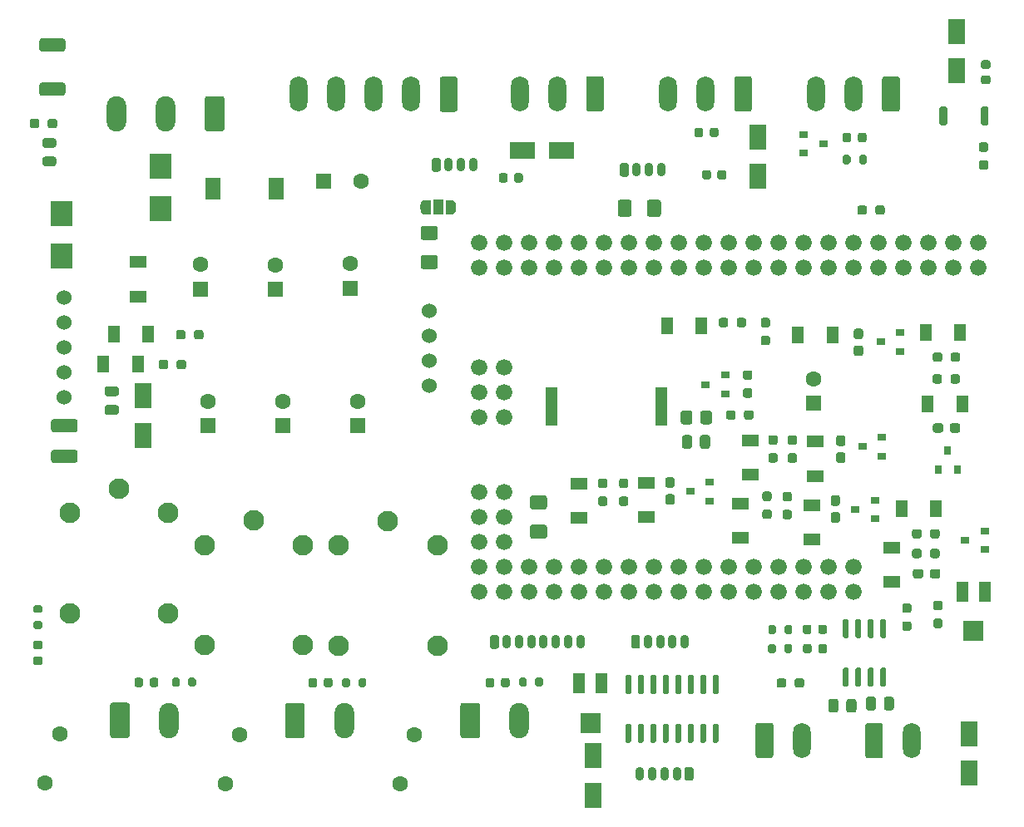
<source format=gbr>
%TF.GenerationSoftware,KiCad,Pcbnew,(5.1.9)-1*%
%TF.CreationDate,2021-04-23T08:11:54+03:00*%
%TF.ProjectId,Car_bs_controller_nex_mega,4361725f-6273-45f6-936f-6e74726f6c6c,rev?*%
%TF.SameCoordinates,Original*%
%TF.FileFunction,Soldermask,Top*%
%TF.FilePolarity,Negative*%
%FSLAX46Y46*%
G04 Gerber Fmt 4.6, Leading zero omitted, Abs format (unit mm)*
G04 Created by KiCad (PCBNEW (5.1.9)-1) date 2021-04-23 08:11:54*
%MOMM*%
%LPD*%
G01*
G04 APERTURE LIST*
%ADD10R,2.300000X2.500000*%
%ADD11C,1.600000*%
%ADD12R,1.600000X1.600000*%
%ADD13R,1.500000X2.200000*%
%ADD14C,2.100000*%
%ADD15R,0.800000X0.900000*%
%ADD16R,0.900000X0.800000*%
%ADD17R,1.800000X2.500000*%
%ADD18C,1.524000*%
%ADD19O,0.900000X1.400000*%
%ADD20R,2.500000X1.800000*%
%ADD21C,1.676400*%
%ADD22R,1.300000X2.000000*%
%ADD23R,2.000000X2.000000*%
%ADD24R,1.200000X4.000000*%
%ADD25R,1.000000X1.500000*%
%ADD26C,0.100000*%
%ADD27O,2.000000X3.600000*%
%ADD28O,1.800000X3.600000*%
%ADD29R,1.300000X1.700000*%
%ADD30R,1.700000X1.300000*%
G04 APERTURE END LIST*
%TO.C,F4*%
G36*
G01*
X121425000Y-64836200D02*
X121425000Y-63586200D01*
G75*
G02*
X121675000Y-63336200I250000J0D01*
G01*
X122600000Y-63336200D01*
G75*
G02*
X122850000Y-63586200I0J-250000D01*
G01*
X122850000Y-64836200D01*
G75*
G02*
X122600000Y-65086200I-250000J0D01*
G01*
X121675000Y-65086200D01*
G75*
G02*
X121425000Y-64836200I0J250000D01*
G01*
G37*
G36*
G01*
X118450000Y-64836200D02*
X118450000Y-63586200D01*
G75*
G02*
X118700000Y-63336200I250000J0D01*
G01*
X119625000Y-63336200D01*
G75*
G02*
X119875000Y-63586200I0J-250000D01*
G01*
X119875000Y-64836200D01*
G75*
G02*
X119625000Y-65086200I-250000J0D01*
G01*
X118700000Y-65086200D01*
G75*
G02*
X118450000Y-64836200I0J250000D01*
G01*
G37*
%TD*%
%TO.C,F3*%
G36*
G01*
X109763400Y-96445700D02*
X111013400Y-96445700D01*
G75*
G02*
X111263400Y-96695700I0J-250000D01*
G01*
X111263400Y-97620700D01*
G75*
G02*
X111013400Y-97870700I-250000J0D01*
G01*
X109763400Y-97870700D01*
G75*
G02*
X109513400Y-97620700I0J250000D01*
G01*
X109513400Y-96695700D01*
G75*
G02*
X109763400Y-96445700I250000J0D01*
G01*
G37*
G36*
G01*
X109763400Y-93470700D02*
X111013400Y-93470700D01*
G75*
G02*
X111263400Y-93720700I0J-250000D01*
G01*
X111263400Y-94645700D01*
G75*
G02*
X111013400Y-94895700I-250000J0D01*
G01*
X109763400Y-94895700D01*
G75*
G02*
X109513400Y-94645700I0J250000D01*
G01*
X109513400Y-93720700D01*
G75*
G02*
X109763400Y-93470700I250000J0D01*
G01*
G37*
%TD*%
%TO.C,F2*%
G36*
G01*
X98638200Y-68985100D02*
X99888200Y-68985100D01*
G75*
G02*
X100138200Y-69235100I0J-250000D01*
G01*
X100138200Y-70160100D01*
G75*
G02*
X99888200Y-70410100I-250000J0D01*
G01*
X98638200Y-70410100D01*
G75*
G02*
X98388200Y-70160100I0J250000D01*
G01*
X98388200Y-69235100D01*
G75*
G02*
X98638200Y-68985100I250000J0D01*
G01*
G37*
G36*
G01*
X98638200Y-66010100D02*
X99888200Y-66010100D01*
G75*
G02*
X100138200Y-66260100I0J-250000D01*
G01*
X100138200Y-67185100D01*
G75*
G02*
X99888200Y-67435100I-250000J0D01*
G01*
X98638200Y-67435100D01*
G75*
G02*
X98388200Y-67185100I0J250000D01*
G01*
X98388200Y-66260100D01*
G75*
G02*
X98638200Y-66010100I250000J0D01*
G01*
G37*
%TD*%
%TO.C,R1*%
G36*
G01*
X59567900Y-55337700D02*
X59567900Y-55812700D01*
G75*
G02*
X59330400Y-56050200I-237500J0D01*
G01*
X58830400Y-56050200D01*
G75*
G02*
X58592900Y-55812700I0J237500D01*
G01*
X58592900Y-55337700D01*
G75*
G02*
X58830400Y-55100200I237500J0D01*
G01*
X59330400Y-55100200D01*
G75*
G02*
X59567900Y-55337700I0J-237500D01*
G01*
G37*
G36*
G01*
X61392900Y-55337700D02*
X61392900Y-55812700D01*
G75*
G02*
X61155400Y-56050200I-237500J0D01*
G01*
X60655400Y-56050200D01*
G75*
G02*
X60417900Y-55812700I0J237500D01*
G01*
X60417900Y-55337700D01*
G75*
G02*
X60655400Y-55100200I237500J0D01*
G01*
X61155400Y-55100200D01*
G75*
G02*
X61392900Y-55337700I0J-237500D01*
G01*
G37*
%TD*%
%TO.C,C4*%
G36*
G01*
X61028399Y-88822500D02*
X63228401Y-88822500D01*
G75*
G02*
X63478400Y-89072499I0J-249999D01*
G01*
X63478400Y-89897501D01*
G75*
G02*
X63228401Y-90147500I-249999J0D01*
G01*
X61028399Y-90147500D01*
G75*
G02*
X60778400Y-89897501I0J249999D01*
G01*
X60778400Y-89072499D01*
G75*
G02*
X61028399Y-88822500I249999J0D01*
G01*
G37*
G36*
G01*
X61028399Y-85697500D02*
X63228401Y-85697500D01*
G75*
G02*
X63478400Y-85947499I0J-249999D01*
G01*
X63478400Y-86772501D01*
G75*
G02*
X63228401Y-87022500I-249999J0D01*
G01*
X61028399Y-87022500D01*
G75*
G02*
X60778400Y-86772501I0J249999D01*
G01*
X60778400Y-85947499D01*
G75*
G02*
X61028399Y-85697500I249999J0D01*
G01*
G37*
%TD*%
D10*
%TO.C,D2*%
X61849000Y-64770000D03*
X61849000Y-69070000D03*
%TD*%
%TO.C,D4*%
X71945500Y-64244000D03*
X71945500Y-59944000D03*
%TD*%
%TO.C,R40*%
G36*
G01*
X131911100Y-81691300D02*
X131436100Y-81691300D01*
G75*
G02*
X131198600Y-81453800I0J237500D01*
G01*
X131198600Y-80953800D01*
G75*
G02*
X131436100Y-80716300I237500J0D01*
G01*
X131911100Y-80716300D01*
G75*
G02*
X132148600Y-80953800I0J-237500D01*
G01*
X132148600Y-81453800D01*
G75*
G02*
X131911100Y-81691300I-237500J0D01*
G01*
G37*
G36*
G01*
X131911100Y-83516300D02*
X131436100Y-83516300D01*
G75*
G02*
X131198600Y-83278800I0J237500D01*
G01*
X131198600Y-82778800D01*
G75*
G02*
X131436100Y-82541300I237500J0D01*
G01*
X131911100Y-82541300D01*
G75*
G02*
X132148600Y-82778800I0J-237500D01*
G01*
X132148600Y-83278800D01*
G75*
G02*
X131911100Y-83516300I-237500J0D01*
G01*
G37*
%TD*%
%TO.C,R38*%
G36*
G01*
X155451800Y-59319340D02*
X155926800Y-59319340D01*
G75*
G02*
X156164300Y-59556840I0J-237500D01*
G01*
X156164300Y-60056840D01*
G75*
G02*
X155926800Y-60294340I-237500J0D01*
G01*
X155451800Y-60294340D01*
G75*
G02*
X155214300Y-60056840I0J237500D01*
G01*
X155214300Y-59556840D01*
G75*
G02*
X155451800Y-59319340I237500J0D01*
G01*
G37*
G36*
G01*
X155451800Y-57494340D02*
X155926800Y-57494340D01*
G75*
G02*
X156164300Y-57731840I0J-237500D01*
G01*
X156164300Y-58231840D01*
G75*
G02*
X155926800Y-58469340I-237500J0D01*
G01*
X155451800Y-58469340D01*
G75*
G02*
X155214300Y-58231840I0J237500D01*
G01*
X155214300Y-57731840D01*
G75*
G02*
X155451800Y-57494340I237500J0D01*
G01*
G37*
%TD*%
%TO.C,R37*%
G36*
G01*
X131308020Y-85510380D02*
X131308020Y-85035380D01*
G75*
G02*
X131545520Y-84797880I237500J0D01*
G01*
X132045520Y-84797880D01*
G75*
G02*
X132283020Y-85035380I0J-237500D01*
G01*
X132283020Y-85510380D01*
G75*
G02*
X132045520Y-85747880I-237500J0D01*
G01*
X131545520Y-85747880D01*
G75*
G02*
X131308020Y-85510380I0J237500D01*
G01*
G37*
G36*
G01*
X129483020Y-85510380D02*
X129483020Y-85035380D01*
G75*
G02*
X129720520Y-84797880I237500J0D01*
G01*
X130220520Y-84797880D01*
G75*
G02*
X130458020Y-85035380I0J-237500D01*
G01*
X130458020Y-85510380D01*
G75*
G02*
X130220520Y-85747880I-237500J0D01*
G01*
X129720520Y-85747880D01*
G75*
G02*
X129483020Y-85510380I0J237500D01*
G01*
G37*
%TD*%
%TO.C,R33*%
G36*
G01*
X136451520Y-112807760D02*
X136451520Y-112332760D01*
G75*
G02*
X136689020Y-112095260I237500J0D01*
G01*
X137189020Y-112095260D01*
G75*
G02*
X137426520Y-112332760I0J-237500D01*
G01*
X137426520Y-112807760D01*
G75*
G02*
X137189020Y-113045260I-237500J0D01*
G01*
X136689020Y-113045260D01*
G75*
G02*
X136451520Y-112807760I0J237500D01*
G01*
G37*
G36*
G01*
X134626520Y-112807760D02*
X134626520Y-112332760D01*
G75*
G02*
X134864020Y-112095260I237500J0D01*
G01*
X135364020Y-112095260D01*
G75*
G02*
X135601520Y-112332760I0J-237500D01*
G01*
X135601520Y-112807760D01*
G75*
G02*
X135364020Y-113045260I-237500J0D01*
G01*
X134864020Y-113045260D01*
G75*
G02*
X134626520Y-112807760I0J237500D01*
G01*
G37*
%TD*%
%TO.C,R31*%
G36*
G01*
X148116300Y-105435220D02*
X147641300Y-105435220D01*
G75*
G02*
X147403800Y-105197720I0J237500D01*
G01*
X147403800Y-104697720D01*
G75*
G02*
X147641300Y-104460220I237500J0D01*
G01*
X148116300Y-104460220D01*
G75*
G02*
X148353800Y-104697720I0J-237500D01*
G01*
X148353800Y-105197720D01*
G75*
G02*
X148116300Y-105435220I-237500J0D01*
G01*
G37*
G36*
G01*
X148116300Y-107260220D02*
X147641300Y-107260220D01*
G75*
G02*
X147403800Y-107022720I0J237500D01*
G01*
X147403800Y-106522720D01*
G75*
G02*
X147641300Y-106285220I237500J0D01*
G01*
X148116300Y-106285220D01*
G75*
G02*
X148353800Y-106522720I0J-237500D01*
G01*
X148353800Y-107022720D01*
G75*
G02*
X148116300Y-107260220I-237500J0D01*
G01*
G37*
%TD*%
%TO.C,R23*%
G36*
G01*
X143813000Y-64161700D02*
X143813000Y-64636700D01*
G75*
G02*
X143575500Y-64874200I-237500J0D01*
G01*
X143075500Y-64874200D01*
G75*
G02*
X142838000Y-64636700I0J237500D01*
G01*
X142838000Y-64161700D01*
G75*
G02*
X143075500Y-63924200I237500J0D01*
G01*
X143575500Y-63924200D01*
G75*
G02*
X143813000Y-64161700I0J-237500D01*
G01*
G37*
G36*
G01*
X145638000Y-64161700D02*
X145638000Y-64636700D01*
G75*
G02*
X145400500Y-64874200I-237500J0D01*
G01*
X144900500Y-64874200D01*
G75*
G02*
X144663000Y-64636700I0J237500D01*
G01*
X144663000Y-64161700D01*
G75*
G02*
X144900500Y-63924200I237500J0D01*
G01*
X145400500Y-63924200D01*
G75*
G02*
X145638000Y-64161700I0J-237500D01*
G01*
G37*
%TD*%
%TO.C,R22*%
G36*
G01*
X150803600Y-106005180D02*
X151278600Y-106005180D01*
G75*
G02*
X151516100Y-106242680I0J-237500D01*
G01*
X151516100Y-106742680D01*
G75*
G02*
X151278600Y-106980180I-237500J0D01*
G01*
X150803600Y-106980180D01*
G75*
G02*
X150566100Y-106742680I0J237500D01*
G01*
X150566100Y-106242680D01*
G75*
G02*
X150803600Y-106005180I237500J0D01*
G01*
G37*
G36*
G01*
X150803600Y-104180180D02*
X151278600Y-104180180D01*
G75*
G02*
X151516100Y-104417680I0J-237500D01*
G01*
X151516100Y-104917680D01*
G75*
G02*
X151278600Y-105155180I-237500J0D01*
G01*
X150803600Y-105155180D01*
G75*
G02*
X150566100Y-104917680I0J237500D01*
G01*
X150566100Y-104417680D01*
G75*
G02*
X150803600Y-104180180I237500J0D01*
G01*
G37*
%TD*%
%TO.C,R17*%
G36*
G01*
X151461920Y-81362540D02*
X151461920Y-81837540D01*
G75*
G02*
X151224420Y-82075040I-237500J0D01*
G01*
X150724420Y-82075040D01*
G75*
G02*
X150486920Y-81837540I0J237500D01*
G01*
X150486920Y-81362540D01*
G75*
G02*
X150724420Y-81125040I237500J0D01*
G01*
X151224420Y-81125040D01*
G75*
G02*
X151461920Y-81362540I0J-237500D01*
G01*
G37*
G36*
G01*
X153286920Y-81362540D02*
X153286920Y-81837540D01*
G75*
G02*
X153049420Y-82075040I-237500J0D01*
G01*
X152549420Y-82075040D01*
G75*
G02*
X152311920Y-81837540I0J237500D01*
G01*
X152311920Y-81362540D01*
G75*
G02*
X152549420Y-81125040I237500J0D01*
G01*
X153049420Y-81125040D01*
G75*
G02*
X153286920Y-81362540I0J-237500D01*
G01*
G37*
%TD*%
%TO.C,R16*%
G36*
G01*
X135464540Y-94926340D02*
X135939540Y-94926340D01*
G75*
G02*
X136177040Y-95163840I0J-237500D01*
G01*
X136177040Y-95663840D01*
G75*
G02*
X135939540Y-95901340I-237500J0D01*
G01*
X135464540Y-95901340D01*
G75*
G02*
X135227040Y-95663840I0J237500D01*
G01*
X135227040Y-95163840D01*
G75*
G02*
X135464540Y-94926340I237500J0D01*
G01*
G37*
G36*
G01*
X135464540Y-93101340D02*
X135939540Y-93101340D01*
G75*
G02*
X136177040Y-93338840I0J-237500D01*
G01*
X136177040Y-93838840D01*
G75*
G02*
X135939540Y-94076340I-237500J0D01*
G01*
X135464540Y-94076340D01*
G75*
G02*
X135227040Y-93838840I0J237500D01*
G01*
X135227040Y-93338840D01*
G75*
G02*
X135464540Y-93101340I237500J0D01*
G01*
G37*
%TD*%
%TO.C,R15*%
G36*
G01*
X118822460Y-91743700D02*
X119297460Y-91743700D01*
G75*
G02*
X119534960Y-91981200I0J-237500D01*
G01*
X119534960Y-92481200D01*
G75*
G02*
X119297460Y-92718700I-237500J0D01*
G01*
X118822460Y-92718700D01*
G75*
G02*
X118584960Y-92481200I0J237500D01*
G01*
X118584960Y-91981200D01*
G75*
G02*
X118822460Y-91743700I237500J0D01*
G01*
G37*
G36*
G01*
X118822460Y-93568700D02*
X119297460Y-93568700D01*
G75*
G02*
X119534960Y-93806200I0J-237500D01*
G01*
X119534960Y-94306200D01*
G75*
G02*
X119297460Y-94543700I-237500J0D01*
G01*
X118822460Y-94543700D01*
G75*
G02*
X118584960Y-94306200I0J237500D01*
G01*
X118584960Y-93806200D01*
G75*
G02*
X118822460Y-93568700I237500J0D01*
G01*
G37*
%TD*%
%TO.C,R14*%
G36*
G01*
X135987780Y-89172600D02*
X136462780Y-89172600D01*
G75*
G02*
X136700280Y-89410100I0J-237500D01*
G01*
X136700280Y-89910100D01*
G75*
G02*
X136462780Y-90147600I-237500J0D01*
G01*
X135987780Y-90147600D01*
G75*
G02*
X135750280Y-89910100I0J237500D01*
G01*
X135750280Y-89410100D01*
G75*
G02*
X135987780Y-89172600I237500J0D01*
G01*
G37*
G36*
G01*
X135987780Y-87347600D02*
X136462780Y-87347600D01*
G75*
G02*
X136700280Y-87585100I0J-237500D01*
G01*
X136700280Y-88085100D01*
G75*
G02*
X136462780Y-88322600I-237500J0D01*
G01*
X135987780Y-88322600D01*
G75*
G02*
X135750280Y-88085100I0J237500D01*
G01*
X135750280Y-87585100D01*
G75*
G02*
X135987780Y-87347600I237500J0D01*
G01*
G37*
%TD*%
%TO.C,R13*%
G36*
G01*
X151480340Y-79142580D02*
X151480340Y-79617580D01*
G75*
G02*
X151242840Y-79855080I-237500J0D01*
G01*
X150742840Y-79855080D01*
G75*
G02*
X150505340Y-79617580I0J237500D01*
G01*
X150505340Y-79142580D01*
G75*
G02*
X150742840Y-78905080I237500J0D01*
G01*
X151242840Y-78905080D01*
G75*
G02*
X151480340Y-79142580I0J-237500D01*
G01*
G37*
G36*
G01*
X153305340Y-79142580D02*
X153305340Y-79617580D01*
G75*
G02*
X153067840Y-79855080I-237500J0D01*
G01*
X152567840Y-79855080D01*
G75*
G02*
X152330340Y-79617580I0J237500D01*
G01*
X152330340Y-79142580D01*
G75*
G02*
X152567840Y-78905080I237500J0D01*
G01*
X153067840Y-78905080D01*
G75*
G02*
X153305340Y-79142580I0J-237500D01*
G01*
G37*
%TD*%
%TO.C,R12*%
G36*
G01*
X133407140Y-94890780D02*
X133882140Y-94890780D01*
G75*
G02*
X134119640Y-95128280I0J-237500D01*
G01*
X134119640Y-95628280D01*
G75*
G02*
X133882140Y-95865780I-237500J0D01*
G01*
X133407140Y-95865780D01*
G75*
G02*
X133169640Y-95628280I0J237500D01*
G01*
X133169640Y-95128280D01*
G75*
G02*
X133407140Y-94890780I237500J0D01*
G01*
G37*
G36*
G01*
X133407140Y-93065780D02*
X133882140Y-93065780D01*
G75*
G02*
X134119640Y-93303280I0J-237500D01*
G01*
X134119640Y-93803280D01*
G75*
G02*
X133882140Y-94040780I-237500J0D01*
G01*
X133407140Y-94040780D01*
G75*
G02*
X133169640Y-93803280I0J237500D01*
G01*
X133169640Y-93303280D01*
G75*
G02*
X133407140Y-93065780I237500J0D01*
G01*
G37*
%TD*%
%TO.C,R11*%
G36*
G01*
X116688860Y-91748780D02*
X117163860Y-91748780D01*
G75*
G02*
X117401360Y-91986280I0J-237500D01*
G01*
X117401360Y-92486280D01*
G75*
G02*
X117163860Y-92723780I-237500J0D01*
G01*
X116688860Y-92723780D01*
G75*
G02*
X116451360Y-92486280I0J237500D01*
G01*
X116451360Y-91986280D01*
G75*
G02*
X116688860Y-91748780I237500J0D01*
G01*
G37*
G36*
G01*
X116688860Y-93573780D02*
X117163860Y-93573780D01*
G75*
G02*
X117401360Y-93811280I0J-237500D01*
G01*
X117401360Y-94311280D01*
G75*
G02*
X117163860Y-94548780I-237500J0D01*
G01*
X116688860Y-94548780D01*
G75*
G02*
X116451360Y-94311280I0J237500D01*
G01*
X116451360Y-93811280D01*
G75*
G02*
X116688860Y-93573780I237500J0D01*
G01*
G37*
%TD*%
%TO.C,R10*%
G36*
G01*
X133244580Y-77199040D02*
X133719580Y-77199040D01*
G75*
G02*
X133957080Y-77436540I0J-237500D01*
G01*
X133957080Y-77936540D01*
G75*
G02*
X133719580Y-78174040I-237500J0D01*
G01*
X133244580Y-78174040D01*
G75*
G02*
X133007080Y-77936540I0J237500D01*
G01*
X133007080Y-77436540D01*
G75*
G02*
X133244580Y-77199040I237500J0D01*
G01*
G37*
G36*
G01*
X133244580Y-75374040D02*
X133719580Y-75374040D01*
G75*
G02*
X133957080Y-75611540I0J-237500D01*
G01*
X133957080Y-76111540D01*
G75*
G02*
X133719580Y-76349040I-237500J0D01*
G01*
X133244580Y-76349040D01*
G75*
G02*
X133007080Y-76111540I0J237500D01*
G01*
X133007080Y-75611540D01*
G75*
G02*
X133244580Y-75374040I237500J0D01*
G01*
G37*
%TD*%
%TO.C,R9*%
G36*
G01*
X134021820Y-89150380D02*
X134496820Y-89150380D01*
G75*
G02*
X134734320Y-89387880I0J-237500D01*
G01*
X134734320Y-89887880D01*
G75*
G02*
X134496820Y-90125380I-237500J0D01*
G01*
X134021820Y-90125380D01*
G75*
G02*
X133784320Y-89887880I0J237500D01*
G01*
X133784320Y-89387880D01*
G75*
G02*
X134021820Y-89150380I237500J0D01*
G01*
G37*
G36*
G01*
X134021820Y-87325380D02*
X134496820Y-87325380D01*
G75*
G02*
X134734320Y-87562880I0J-237500D01*
G01*
X134734320Y-88062880D01*
G75*
G02*
X134496820Y-88300380I-237500J0D01*
G01*
X134021820Y-88300380D01*
G75*
G02*
X133784320Y-88062880I0J237500D01*
G01*
X133784320Y-87562880D01*
G75*
G02*
X134021820Y-87325380I237500J0D01*
G01*
G37*
%TD*%
%TO.C,R8*%
G36*
G01*
X150239280Y-99617540D02*
X150239280Y-99142540D01*
G75*
G02*
X150476780Y-98905040I237500J0D01*
G01*
X150976780Y-98905040D01*
G75*
G02*
X151214280Y-99142540I0J-237500D01*
G01*
X151214280Y-99617540D01*
G75*
G02*
X150976780Y-99855040I-237500J0D01*
G01*
X150476780Y-99855040D01*
G75*
G02*
X150239280Y-99617540I0J237500D01*
G01*
G37*
G36*
G01*
X148414280Y-99617540D02*
X148414280Y-99142540D01*
G75*
G02*
X148651780Y-98905040I237500J0D01*
G01*
X149151780Y-98905040D01*
G75*
G02*
X149389280Y-99142540I0J-237500D01*
G01*
X149389280Y-99617540D01*
G75*
G02*
X149151780Y-99855040I-237500J0D01*
G01*
X148651780Y-99855040D01*
G75*
G02*
X148414280Y-99617540I0J237500D01*
G01*
G37*
%TD*%
%TO.C,R7*%
G36*
G01*
X129704280Y-75611980D02*
X129704280Y-76086980D01*
G75*
G02*
X129466780Y-76324480I-237500J0D01*
G01*
X128966780Y-76324480D01*
G75*
G02*
X128729280Y-76086980I0J237500D01*
G01*
X128729280Y-75611980D01*
G75*
G02*
X128966780Y-75374480I237500J0D01*
G01*
X129466780Y-75374480D01*
G75*
G02*
X129704280Y-75611980I0J-237500D01*
G01*
G37*
G36*
G01*
X131529280Y-75611980D02*
X131529280Y-76086980D01*
G75*
G02*
X131291780Y-76324480I-237500J0D01*
G01*
X130791780Y-76324480D01*
G75*
G02*
X130554280Y-76086980I0J237500D01*
G01*
X130554280Y-75611980D01*
G75*
G02*
X130791780Y-75374480I237500J0D01*
G01*
X131291780Y-75374480D01*
G75*
G02*
X131529280Y-75611980I0J-237500D01*
G01*
G37*
%TD*%
%TO.C,R6*%
G36*
G01*
X150236100Y-97616020D02*
X150236100Y-97141020D01*
G75*
G02*
X150473600Y-96903520I237500J0D01*
G01*
X150973600Y-96903520D01*
G75*
G02*
X151211100Y-97141020I0J-237500D01*
G01*
X151211100Y-97616020D01*
G75*
G02*
X150973600Y-97853520I-237500J0D01*
G01*
X150473600Y-97853520D01*
G75*
G02*
X150236100Y-97616020I0J237500D01*
G01*
G37*
G36*
G01*
X148411100Y-97616020D02*
X148411100Y-97141020D01*
G75*
G02*
X148648600Y-96903520I237500J0D01*
G01*
X149148600Y-96903520D01*
G75*
G02*
X149386100Y-97141020I0J-237500D01*
G01*
X149386100Y-97616020D01*
G75*
G02*
X149148600Y-97853520I-237500J0D01*
G01*
X148648600Y-97853520D01*
G75*
G02*
X148411100Y-97616020I0J237500D01*
G01*
G37*
%TD*%
%TO.C,R5*%
G36*
G01*
X72703500Y-79899500D02*
X72703500Y-80374500D01*
G75*
G02*
X72466000Y-80612000I-237500J0D01*
G01*
X71966000Y-80612000D01*
G75*
G02*
X71728500Y-80374500I0J237500D01*
G01*
X71728500Y-79899500D01*
G75*
G02*
X71966000Y-79662000I237500J0D01*
G01*
X72466000Y-79662000D01*
G75*
G02*
X72703500Y-79899500I0J-237500D01*
G01*
G37*
G36*
G01*
X74528500Y-79899500D02*
X74528500Y-80374500D01*
G75*
G02*
X74291000Y-80612000I-237500J0D01*
G01*
X73791000Y-80612000D01*
G75*
G02*
X73553500Y-80374500I0J237500D01*
G01*
X73553500Y-79899500D01*
G75*
G02*
X73791000Y-79662000I237500J0D01*
G01*
X74291000Y-79662000D01*
G75*
G02*
X74528500Y-79899500I0J-237500D01*
G01*
G37*
%TD*%
%TO.C,R4*%
G36*
G01*
X74465000Y-76851500D02*
X74465000Y-77326500D01*
G75*
G02*
X74227500Y-77564000I-237500J0D01*
G01*
X73727500Y-77564000D01*
G75*
G02*
X73490000Y-77326500I0J237500D01*
G01*
X73490000Y-76851500D01*
G75*
G02*
X73727500Y-76614000I237500J0D01*
G01*
X74227500Y-76614000D01*
G75*
G02*
X74465000Y-76851500I0J-237500D01*
G01*
G37*
G36*
G01*
X76290000Y-76851500D02*
X76290000Y-77326500D01*
G75*
G02*
X76052500Y-77564000I-237500J0D01*
G01*
X75552500Y-77564000D01*
G75*
G02*
X75315000Y-77326500I0J237500D01*
G01*
X75315000Y-76851500D01*
G75*
G02*
X75552500Y-76614000I237500J0D01*
G01*
X76052500Y-76614000D01*
G75*
G02*
X76290000Y-76851500I0J-237500D01*
G01*
G37*
%TD*%
%TO.C,C19*%
G36*
G01*
X151601460Y-86356180D02*
X151601460Y-86831180D01*
G75*
G02*
X151363960Y-87068680I-237500J0D01*
G01*
X150763960Y-87068680D01*
G75*
G02*
X150526460Y-86831180I0J237500D01*
G01*
X150526460Y-86356180D01*
G75*
G02*
X150763960Y-86118680I237500J0D01*
G01*
X151363960Y-86118680D01*
G75*
G02*
X151601460Y-86356180I0J-237500D01*
G01*
G37*
G36*
G01*
X153326460Y-86356180D02*
X153326460Y-86831180D01*
G75*
G02*
X153088960Y-87068680I-237500J0D01*
G01*
X152488960Y-87068680D01*
G75*
G02*
X152251460Y-86831180I0J237500D01*
G01*
X152251460Y-86356180D01*
G75*
G02*
X152488960Y-86118680I237500J0D01*
G01*
X153088960Y-86118680D01*
G75*
G02*
X153326460Y-86356180I0J-237500D01*
G01*
G37*
%TD*%
%TO.C,C18*%
G36*
G01*
X140361660Y-95168600D02*
X140836660Y-95168600D01*
G75*
G02*
X141074160Y-95406100I0J-237500D01*
G01*
X141074160Y-96006100D01*
G75*
G02*
X140836660Y-96243600I-237500J0D01*
G01*
X140361660Y-96243600D01*
G75*
G02*
X140124160Y-96006100I0J237500D01*
G01*
X140124160Y-95406100D01*
G75*
G02*
X140361660Y-95168600I237500J0D01*
G01*
G37*
G36*
G01*
X140361660Y-93443600D02*
X140836660Y-93443600D01*
G75*
G02*
X141074160Y-93681100I0J-237500D01*
G01*
X141074160Y-94281100D01*
G75*
G02*
X140836660Y-94518600I-237500J0D01*
G01*
X140361660Y-94518600D01*
G75*
G02*
X140124160Y-94281100I0J237500D01*
G01*
X140124160Y-93681100D01*
G75*
G02*
X140361660Y-93443600I237500J0D01*
G01*
G37*
%TD*%
%TO.C,C17*%
G36*
G01*
X123531620Y-91604640D02*
X124006620Y-91604640D01*
G75*
G02*
X124244120Y-91842140I0J-237500D01*
G01*
X124244120Y-92442140D01*
G75*
G02*
X124006620Y-92679640I-237500J0D01*
G01*
X123531620Y-92679640D01*
G75*
G02*
X123294120Y-92442140I0J237500D01*
G01*
X123294120Y-91842140D01*
G75*
G02*
X123531620Y-91604640I237500J0D01*
G01*
G37*
G36*
G01*
X123531620Y-93329640D02*
X124006620Y-93329640D01*
G75*
G02*
X124244120Y-93567140I0J-237500D01*
G01*
X124244120Y-94167140D01*
G75*
G02*
X124006620Y-94404640I-237500J0D01*
G01*
X123531620Y-94404640D01*
G75*
G02*
X123294120Y-94167140I0J237500D01*
G01*
X123294120Y-93567140D01*
G75*
G02*
X123531620Y-93329640I237500J0D01*
G01*
G37*
%TD*%
%TO.C,C16*%
G36*
G01*
X140920460Y-89071500D02*
X141395460Y-89071500D01*
G75*
G02*
X141632960Y-89309000I0J-237500D01*
G01*
X141632960Y-89909000D01*
G75*
G02*
X141395460Y-90146500I-237500J0D01*
G01*
X140920460Y-90146500D01*
G75*
G02*
X140682960Y-89909000I0J237500D01*
G01*
X140682960Y-89309000D01*
G75*
G02*
X140920460Y-89071500I237500J0D01*
G01*
G37*
G36*
G01*
X140920460Y-87346500D02*
X141395460Y-87346500D01*
G75*
G02*
X141632960Y-87584000I0J-237500D01*
G01*
X141632960Y-88184000D01*
G75*
G02*
X141395460Y-88421500I-237500J0D01*
G01*
X140920460Y-88421500D01*
G75*
G02*
X140682960Y-88184000I0J237500D01*
G01*
X140682960Y-87584000D01*
G75*
G02*
X140920460Y-87346500I237500J0D01*
G01*
G37*
%TD*%
%TO.C,C15*%
G36*
G01*
X142713700Y-78190140D02*
X143188700Y-78190140D01*
G75*
G02*
X143426200Y-78427640I0J-237500D01*
G01*
X143426200Y-79027640D01*
G75*
G02*
X143188700Y-79265140I-237500J0D01*
G01*
X142713700Y-79265140D01*
G75*
G02*
X142476200Y-79027640I0J237500D01*
G01*
X142476200Y-78427640D01*
G75*
G02*
X142713700Y-78190140I237500J0D01*
G01*
G37*
G36*
G01*
X142713700Y-76465140D02*
X143188700Y-76465140D01*
G75*
G02*
X143426200Y-76702640I0J-237500D01*
G01*
X143426200Y-77302640D01*
G75*
G02*
X143188700Y-77540140I-237500J0D01*
G01*
X142713700Y-77540140D01*
G75*
G02*
X142476200Y-77302640I0J237500D01*
G01*
X142476200Y-76702640D01*
G75*
G02*
X142713700Y-76465140I237500J0D01*
G01*
G37*
%TD*%
%TO.C,C14*%
G36*
G01*
X150214380Y-101680020D02*
X150214380Y-101205020D01*
G75*
G02*
X150451880Y-100967520I237500J0D01*
G01*
X151051880Y-100967520D01*
G75*
G02*
X151289380Y-101205020I0J-237500D01*
G01*
X151289380Y-101680020D01*
G75*
G02*
X151051880Y-101917520I-237500J0D01*
G01*
X150451880Y-101917520D01*
G75*
G02*
X150214380Y-101680020I0J237500D01*
G01*
G37*
G36*
G01*
X148489380Y-101680020D02*
X148489380Y-101205020D01*
G75*
G02*
X148726880Y-100967520I237500J0D01*
G01*
X149326880Y-100967520D01*
G75*
G02*
X149564380Y-101205020I0J-237500D01*
G01*
X149564380Y-101680020D01*
G75*
G02*
X149326880Y-101917520I-237500J0D01*
G01*
X148726880Y-101917520D01*
G75*
G02*
X148489380Y-101680020I0J237500D01*
G01*
G37*
%TD*%
D11*
%TO.C,C20*%
X138404600Y-81584800D03*
D12*
X138404600Y-84084800D03*
%TD*%
D13*
%TO.C,L1*%
X77254500Y-62230000D03*
X83654500Y-62230000D03*
%TD*%
D11*
%TO.C,C13*%
X75946000Y-69953500D03*
D12*
X75946000Y-72453500D03*
%TD*%
D11*
%TO.C,C11*%
X91186000Y-69839200D03*
D12*
X91186000Y-72339200D03*
%TD*%
D11*
%TO.C,C12*%
X83616800Y-69991600D03*
D12*
X83616800Y-72491600D03*
%TD*%
D11*
%TO.C,C9*%
X76708000Y-83860000D03*
D12*
X76708000Y-86360000D03*
%TD*%
D11*
%TO.C,C8*%
X84328000Y-83860000D03*
D12*
X84328000Y-86360000D03*
%TD*%
D11*
%TO.C,C7*%
X91948000Y-83860000D03*
D12*
X91948000Y-86360000D03*
%TD*%
D14*
%TO.C,REL3*%
X67691000Y-92773500D03*
X72691000Y-95273500D03*
X62691000Y-95273500D03*
X72691000Y-105473500D03*
X62691000Y-105473500D03*
%TD*%
%TO.C,REL2*%
X95076000Y-96052000D03*
X100076000Y-98552000D03*
X90076000Y-98552000D03*
X100076000Y-108752000D03*
X90076000Y-108752000D03*
%TD*%
%TO.C,REL1*%
X81423500Y-96012000D03*
X86423500Y-98512000D03*
X76423500Y-98512000D03*
X86423500Y-108712000D03*
X76423500Y-108712000D03*
%TD*%
%TO.C,R45*%
G36*
G01*
X124857200Y-85971801D02*
X124857200Y-85071799D01*
G75*
G02*
X125107199Y-84821800I249999J0D01*
G01*
X125807201Y-84821800D01*
G75*
G02*
X126057200Y-85071799I0J-249999D01*
G01*
X126057200Y-85971801D01*
G75*
G02*
X125807201Y-86221800I-249999J0D01*
G01*
X125107199Y-86221800D01*
G75*
G02*
X124857200Y-85971801I0J249999D01*
G01*
G37*
G36*
G01*
X126857200Y-85971801D02*
X126857200Y-85071799D01*
G75*
G02*
X127107199Y-84821800I249999J0D01*
G01*
X127807201Y-84821800D01*
G75*
G02*
X128057200Y-85071799I0J-249999D01*
G01*
X128057200Y-85971801D01*
G75*
G02*
X127807201Y-86221800I-249999J0D01*
G01*
X127107199Y-86221800D01*
G75*
G02*
X126857200Y-85971801I0J249999D01*
G01*
G37*
%TD*%
D15*
%TO.C,D27*%
X151104600Y-90850720D03*
X153004600Y-90850720D03*
X152054600Y-88850720D03*
%TD*%
D16*
%TO.C,D26*%
X145362680Y-89448680D03*
X145362680Y-87548680D03*
X143362680Y-88498680D03*
%TD*%
%TO.C,D25*%
X144651480Y-95864720D03*
X144651480Y-93964720D03*
X142651480Y-94914720D03*
%TD*%
%TO.C,D24*%
X127821440Y-94025760D03*
X127821440Y-92125760D03*
X125821440Y-93075760D03*
%TD*%
%TO.C,D23*%
X155823920Y-98978800D03*
X155823920Y-97078800D03*
X153823920Y-98028800D03*
%TD*%
%TO.C,D22*%
X147206720Y-78780680D03*
X147206720Y-76880680D03*
X145206720Y-77830680D03*
%TD*%
D17*
%TO.C,D9*%
X70154800Y-83325200D03*
X70154800Y-87325200D03*
%TD*%
D18*
%TO.C,D8*%
X62133600Y-73324900D03*
X62133600Y-75864900D03*
X62133600Y-78404900D03*
X62133600Y-80944900D03*
X62133600Y-83484900D03*
X99268400Y-74671100D03*
X99268400Y-77211100D03*
X99268400Y-79751100D03*
X99268400Y-82291100D03*
%TD*%
%TO.C,C5*%
G36*
G01*
X66479400Y-84254800D02*
X67429400Y-84254800D01*
G75*
G02*
X67679400Y-84504800I0J-250000D01*
G01*
X67679400Y-85004800D01*
G75*
G02*
X67429400Y-85254800I-250000J0D01*
G01*
X66479400Y-85254800D01*
G75*
G02*
X66229400Y-85004800I0J250000D01*
G01*
X66229400Y-84504800D01*
G75*
G02*
X66479400Y-84254800I250000J0D01*
G01*
G37*
G36*
G01*
X66479400Y-82354800D02*
X67429400Y-82354800D01*
G75*
G02*
X67679400Y-82604800I0J-250000D01*
G01*
X67679400Y-83104800D01*
G75*
G02*
X67429400Y-83354800I-250000J0D01*
G01*
X66479400Y-83354800D01*
G75*
G02*
X66229400Y-83104800I0J250000D01*
G01*
X66229400Y-82604800D01*
G75*
G02*
X66479400Y-82354800I250000J0D01*
G01*
G37*
%TD*%
D19*
%TO.C,J12*%
X122876000Y-60299600D03*
X121626000Y-60299600D03*
X120376000Y-60299600D03*
G36*
G01*
X118676000Y-60774600D02*
X118676000Y-59824600D01*
G75*
G02*
X118901000Y-59599600I225000J0D01*
G01*
X119351000Y-59599600D01*
G75*
G02*
X119576000Y-59824600I0J-225000D01*
G01*
X119576000Y-60774600D01*
G75*
G02*
X119351000Y-60999600I-225000J0D01*
G01*
X118901000Y-60999600D01*
G75*
G02*
X118676000Y-60774600I0J225000D01*
G01*
G37*
%TD*%
D17*
%TO.C,D37*%
X115973860Y-119982480D03*
X115973860Y-123982480D03*
%TD*%
%TO.C,D43*%
X152908000Y-50228000D03*
X152908000Y-46228000D03*
%TD*%
%TO.C,D41*%
X132740400Y-60946800D03*
X132740400Y-56946800D03*
%TD*%
D20*
%TO.C,D42*%
X108725200Y-58318400D03*
X112725200Y-58318400D03*
%TD*%
%TO.C,F1*%
G36*
G01*
X61979101Y-52755200D02*
X59829099Y-52755200D01*
G75*
G02*
X59579100Y-52505201I0J249999D01*
G01*
X59579100Y-51655199D01*
G75*
G02*
X59829099Y-51405200I249999J0D01*
G01*
X61979101Y-51405200D01*
G75*
G02*
X62229100Y-51655199I0J-249999D01*
G01*
X62229100Y-52505201D01*
G75*
G02*
X61979101Y-52755200I-249999J0D01*
G01*
G37*
G36*
G01*
X61979101Y-48255200D02*
X59829099Y-48255200D01*
G75*
G02*
X59579100Y-48005201I0J249999D01*
G01*
X59579100Y-47155199D01*
G75*
G02*
X59829099Y-46905200I249999J0D01*
G01*
X61979101Y-46905200D01*
G75*
G02*
X62229100Y-47155199I0J-249999D01*
G01*
X62229100Y-48005201D01*
G75*
G02*
X61979101Y-48255200I-249999J0D01*
G01*
G37*
%TD*%
D19*
%TO.C,J8*%
X120710000Y-121839000D03*
X121960000Y-121839000D03*
X123210000Y-121839000D03*
X124460000Y-121839000D03*
G36*
G01*
X126160000Y-121364000D02*
X126160000Y-122314000D01*
G75*
G02*
X125935000Y-122539000I-225000J0D01*
G01*
X125485000Y-122539000D01*
G75*
G02*
X125260000Y-122314000I0J225000D01*
G01*
X125260000Y-121364000D01*
G75*
G02*
X125485000Y-121139000I225000J0D01*
G01*
X125935000Y-121139000D01*
G75*
G02*
X126160000Y-121364000I0J-225000D01*
G01*
G37*
%TD*%
%TO.C,U4*%
G36*
G01*
X128277000Y-116709000D02*
X128577000Y-116709000D01*
G75*
G02*
X128727000Y-116859000I0J-150000D01*
G01*
X128727000Y-118509000D01*
G75*
G02*
X128577000Y-118659000I-150000J0D01*
G01*
X128277000Y-118659000D01*
G75*
G02*
X128127000Y-118509000I0J150000D01*
G01*
X128127000Y-116859000D01*
G75*
G02*
X128277000Y-116709000I150000J0D01*
G01*
G37*
G36*
G01*
X127007000Y-116709000D02*
X127307000Y-116709000D01*
G75*
G02*
X127457000Y-116859000I0J-150000D01*
G01*
X127457000Y-118509000D01*
G75*
G02*
X127307000Y-118659000I-150000J0D01*
G01*
X127007000Y-118659000D01*
G75*
G02*
X126857000Y-118509000I0J150000D01*
G01*
X126857000Y-116859000D01*
G75*
G02*
X127007000Y-116709000I150000J0D01*
G01*
G37*
G36*
G01*
X125737000Y-116709000D02*
X126037000Y-116709000D01*
G75*
G02*
X126187000Y-116859000I0J-150000D01*
G01*
X126187000Y-118509000D01*
G75*
G02*
X126037000Y-118659000I-150000J0D01*
G01*
X125737000Y-118659000D01*
G75*
G02*
X125587000Y-118509000I0J150000D01*
G01*
X125587000Y-116859000D01*
G75*
G02*
X125737000Y-116709000I150000J0D01*
G01*
G37*
G36*
G01*
X124467000Y-116709000D02*
X124767000Y-116709000D01*
G75*
G02*
X124917000Y-116859000I0J-150000D01*
G01*
X124917000Y-118509000D01*
G75*
G02*
X124767000Y-118659000I-150000J0D01*
G01*
X124467000Y-118659000D01*
G75*
G02*
X124317000Y-118509000I0J150000D01*
G01*
X124317000Y-116859000D01*
G75*
G02*
X124467000Y-116709000I150000J0D01*
G01*
G37*
G36*
G01*
X123197000Y-116709000D02*
X123497000Y-116709000D01*
G75*
G02*
X123647000Y-116859000I0J-150000D01*
G01*
X123647000Y-118509000D01*
G75*
G02*
X123497000Y-118659000I-150000J0D01*
G01*
X123197000Y-118659000D01*
G75*
G02*
X123047000Y-118509000I0J150000D01*
G01*
X123047000Y-116859000D01*
G75*
G02*
X123197000Y-116709000I150000J0D01*
G01*
G37*
G36*
G01*
X121927000Y-116709000D02*
X122227000Y-116709000D01*
G75*
G02*
X122377000Y-116859000I0J-150000D01*
G01*
X122377000Y-118509000D01*
G75*
G02*
X122227000Y-118659000I-150000J0D01*
G01*
X121927000Y-118659000D01*
G75*
G02*
X121777000Y-118509000I0J150000D01*
G01*
X121777000Y-116859000D01*
G75*
G02*
X121927000Y-116709000I150000J0D01*
G01*
G37*
G36*
G01*
X120657000Y-116709000D02*
X120957000Y-116709000D01*
G75*
G02*
X121107000Y-116859000I0J-150000D01*
G01*
X121107000Y-118509000D01*
G75*
G02*
X120957000Y-118659000I-150000J0D01*
G01*
X120657000Y-118659000D01*
G75*
G02*
X120507000Y-118509000I0J150000D01*
G01*
X120507000Y-116859000D01*
G75*
G02*
X120657000Y-116709000I150000J0D01*
G01*
G37*
G36*
G01*
X119387000Y-116709000D02*
X119687000Y-116709000D01*
G75*
G02*
X119837000Y-116859000I0J-150000D01*
G01*
X119837000Y-118509000D01*
G75*
G02*
X119687000Y-118659000I-150000J0D01*
G01*
X119387000Y-118659000D01*
G75*
G02*
X119237000Y-118509000I0J150000D01*
G01*
X119237000Y-116859000D01*
G75*
G02*
X119387000Y-116709000I150000J0D01*
G01*
G37*
G36*
G01*
X119387000Y-111759000D02*
X119687000Y-111759000D01*
G75*
G02*
X119837000Y-111909000I0J-150000D01*
G01*
X119837000Y-113559000D01*
G75*
G02*
X119687000Y-113709000I-150000J0D01*
G01*
X119387000Y-113709000D01*
G75*
G02*
X119237000Y-113559000I0J150000D01*
G01*
X119237000Y-111909000D01*
G75*
G02*
X119387000Y-111759000I150000J0D01*
G01*
G37*
G36*
G01*
X120657000Y-111759000D02*
X120957000Y-111759000D01*
G75*
G02*
X121107000Y-111909000I0J-150000D01*
G01*
X121107000Y-113559000D01*
G75*
G02*
X120957000Y-113709000I-150000J0D01*
G01*
X120657000Y-113709000D01*
G75*
G02*
X120507000Y-113559000I0J150000D01*
G01*
X120507000Y-111909000D01*
G75*
G02*
X120657000Y-111759000I150000J0D01*
G01*
G37*
G36*
G01*
X121927000Y-111759000D02*
X122227000Y-111759000D01*
G75*
G02*
X122377000Y-111909000I0J-150000D01*
G01*
X122377000Y-113559000D01*
G75*
G02*
X122227000Y-113709000I-150000J0D01*
G01*
X121927000Y-113709000D01*
G75*
G02*
X121777000Y-113559000I0J150000D01*
G01*
X121777000Y-111909000D01*
G75*
G02*
X121927000Y-111759000I150000J0D01*
G01*
G37*
G36*
G01*
X123197000Y-111759000D02*
X123497000Y-111759000D01*
G75*
G02*
X123647000Y-111909000I0J-150000D01*
G01*
X123647000Y-113559000D01*
G75*
G02*
X123497000Y-113709000I-150000J0D01*
G01*
X123197000Y-113709000D01*
G75*
G02*
X123047000Y-113559000I0J150000D01*
G01*
X123047000Y-111909000D01*
G75*
G02*
X123197000Y-111759000I150000J0D01*
G01*
G37*
G36*
G01*
X124467000Y-111759000D02*
X124767000Y-111759000D01*
G75*
G02*
X124917000Y-111909000I0J-150000D01*
G01*
X124917000Y-113559000D01*
G75*
G02*
X124767000Y-113709000I-150000J0D01*
G01*
X124467000Y-113709000D01*
G75*
G02*
X124317000Y-113559000I0J150000D01*
G01*
X124317000Y-111909000D01*
G75*
G02*
X124467000Y-111759000I150000J0D01*
G01*
G37*
G36*
G01*
X125737000Y-111759000D02*
X126037000Y-111759000D01*
G75*
G02*
X126187000Y-111909000I0J-150000D01*
G01*
X126187000Y-113559000D01*
G75*
G02*
X126037000Y-113709000I-150000J0D01*
G01*
X125737000Y-113709000D01*
G75*
G02*
X125587000Y-113559000I0J150000D01*
G01*
X125587000Y-111909000D01*
G75*
G02*
X125737000Y-111759000I150000J0D01*
G01*
G37*
G36*
G01*
X127007000Y-111759000D02*
X127307000Y-111759000D01*
G75*
G02*
X127457000Y-111909000I0J-150000D01*
G01*
X127457000Y-113559000D01*
G75*
G02*
X127307000Y-113709000I-150000J0D01*
G01*
X127007000Y-113709000D01*
G75*
G02*
X126857000Y-113559000I0J150000D01*
G01*
X126857000Y-111909000D01*
G75*
G02*
X127007000Y-111759000I150000J0D01*
G01*
G37*
G36*
G01*
X128277000Y-111759000D02*
X128577000Y-111759000D01*
G75*
G02*
X128727000Y-111909000I0J-150000D01*
G01*
X128727000Y-113559000D01*
G75*
G02*
X128577000Y-113709000I-150000J0D01*
G01*
X128277000Y-113709000D01*
G75*
G02*
X128127000Y-113559000I0J150000D01*
G01*
X128127000Y-111909000D01*
G75*
G02*
X128277000Y-111759000I150000J0D01*
G01*
G37*
%TD*%
%TO.C,U3*%
G36*
G01*
X145321000Y-111014000D02*
X145621000Y-111014000D01*
G75*
G02*
X145771000Y-111164000I0J-150000D01*
G01*
X145771000Y-112814000D01*
G75*
G02*
X145621000Y-112964000I-150000J0D01*
G01*
X145321000Y-112964000D01*
G75*
G02*
X145171000Y-112814000I0J150000D01*
G01*
X145171000Y-111164000D01*
G75*
G02*
X145321000Y-111014000I150000J0D01*
G01*
G37*
G36*
G01*
X144051000Y-111014000D02*
X144351000Y-111014000D01*
G75*
G02*
X144501000Y-111164000I0J-150000D01*
G01*
X144501000Y-112814000D01*
G75*
G02*
X144351000Y-112964000I-150000J0D01*
G01*
X144051000Y-112964000D01*
G75*
G02*
X143901000Y-112814000I0J150000D01*
G01*
X143901000Y-111164000D01*
G75*
G02*
X144051000Y-111014000I150000J0D01*
G01*
G37*
G36*
G01*
X142781000Y-111014000D02*
X143081000Y-111014000D01*
G75*
G02*
X143231000Y-111164000I0J-150000D01*
G01*
X143231000Y-112814000D01*
G75*
G02*
X143081000Y-112964000I-150000J0D01*
G01*
X142781000Y-112964000D01*
G75*
G02*
X142631000Y-112814000I0J150000D01*
G01*
X142631000Y-111164000D01*
G75*
G02*
X142781000Y-111014000I150000J0D01*
G01*
G37*
G36*
G01*
X141511000Y-111014000D02*
X141811000Y-111014000D01*
G75*
G02*
X141961000Y-111164000I0J-150000D01*
G01*
X141961000Y-112814000D01*
G75*
G02*
X141811000Y-112964000I-150000J0D01*
G01*
X141511000Y-112964000D01*
G75*
G02*
X141361000Y-112814000I0J150000D01*
G01*
X141361000Y-111164000D01*
G75*
G02*
X141511000Y-111014000I150000J0D01*
G01*
G37*
G36*
G01*
X141511000Y-106064000D02*
X141811000Y-106064000D01*
G75*
G02*
X141961000Y-106214000I0J-150000D01*
G01*
X141961000Y-107864000D01*
G75*
G02*
X141811000Y-108014000I-150000J0D01*
G01*
X141511000Y-108014000D01*
G75*
G02*
X141361000Y-107864000I0J150000D01*
G01*
X141361000Y-106214000D01*
G75*
G02*
X141511000Y-106064000I150000J0D01*
G01*
G37*
G36*
G01*
X142781000Y-106064000D02*
X143081000Y-106064000D01*
G75*
G02*
X143231000Y-106214000I0J-150000D01*
G01*
X143231000Y-107864000D01*
G75*
G02*
X143081000Y-108014000I-150000J0D01*
G01*
X142781000Y-108014000D01*
G75*
G02*
X142631000Y-107864000I0J150000D01*
G01*
X142631000Y-106214000D01*
G75*
G02*
X142781000Y-106064000I150000J0D01*
G01*
G37*
G36*
G01*
X144051000Y-106064000D02*
X144351000Y-106064000D01*
G75*
G02*
X144501000Y-106214000I0J-150000D01*
G01*
X144501000Y-107864000D01*
G75*
G02*
X144351000Y-108014000I-150000J0D01*
G01*
X144051000Y-108014000D01*
G75*
G02*
X143901000Y-107864000I0J150000D01*
G01*
X143901000Y-106214000D01*
G75*
G02*
X144051000Y-106064000I150000J0D01*
G01*
G37*
G36*
G01*
X145321000Y-106064000D02*
X145621000Y-106064000D01*
G75*
G02*
X145771000Y-106214000I0J-150000D01*
G01*
X145771000Y-107864000D01*
G75*
G02*
X145621000Y-108014000I-150000J0D01*
G01*
X145321000Y-108014000D01*
G75*
G02*
X145171000Y-107864000I0J150000D01*
G01*
X145171000Y-106214000D01*
G75*
G02*
X145321000Y-106064000I150000J0D01*
G01*
G37*
%TD*%
D21*
%TO.C,U1*%
X155126000Y-70292000D03*
X155126000Y-67752000D03*
X152586000Y-70292000D03*
X152586000Y-67752000D03*
X150046000Y-67752000D03*
X150046000Y-70292000D03*
X147506000Y-70292000D03*
X147506000Y-67752000D03*
X144966000Y-67752000D03*
X144966000Y-70292000D03*
X142426000Y-70292000D03*
X142426000Y-67752000D03*
X139886000Y-67752000D03*
X137346000Y-67752000D03*
X134806000Y-67752000D03*
X132266000Y-67752000D03*
X129726000Y-67752000D03*
X127186000Y-67752000D03*
X124646000Y-67752000D03*
X122106000Y-67752000D03*
X119566000Y-67752000D03*
X117026000Y-67752000D03*
X139886000Y-70292000D03*
X137346000Y-70292000D03*
X134806000Y-70292000D03*
X132266000Y-70292000D03*
X129726000Y-70292000D03*
X127186000Y-70292000D03*
X124646000Y-70292000D03*
X122106000Y-70292000D03*
X119566000Y-70292000D03*
X117026000Y-70292000D03*
X114486000Y-67752000D03*
X111946000Y-67752000D03*
X109406000Y-67752000D03*
X106866000Y-67752000D03*
X104326000Y-67752000D03*
X104326000Y-70292000D03*
X106866000Y-70292000D03*
X109406000Y-70292000D03*
X111946000Y-70292000D03*
X114486000Y-70292000D03*
X142426000Y-100772000D03*
X142426000Y-103312000D03*
X139886000Y-103312000D03*
X139886000Y-100772000D03*
X137346000Y-100772000D03*
X137346000Y-103312000D03*
X134806000Y-103312000D03*
X134806000Y-100772000D03*
X132266000Y-103312000D03*
X132266000Y-100772000D03*
X129726000Y-103312000D03*
X129726000Y-100772000D03*
X127186000Y-103312000D03*
X127186000Y-100772000D03*
X124646000Y-103312000D03*
X124646000Y-100772000D03*
X122106000Y-103312000D03*
X122106000Y-100772000D03*
X119566000Y-103312000D03*
X119566000Y-100772000D03*
X117026000Y-103312000D03*
X117026000Y-100772000D03*
X114486000Y-103312000D03*
X114486000Y-100772000D03*
X111946000Y-103312000D03*
X111946000Y-100772000D03*
X109406000Y-103312000D03*
X109406000Y-100772000D03*
X106866000Y-103312000D03*
X106866000Y-100772000D03*
X104326000Y-103312000D03*
X104326000Y-100772000D03*
X104326000Y-98232000D03*
X106866000Y-98232000D03*
X106866000Y-95692000D03*
X104326000Y-95692000D03*
X104326000Y-93152000D03*
X106866000Y-93152000D03*
X106866000Y-80452000D03*
X104326000Y-80452000D03*
X106866000Y-82992000D03*
X106866000Y-85532000D03*
X104326000Y-85532000D03*
X104326000Y-82992000D03*
%TD*%
%TO.C,SW1*%
G36*
G01*
X151203600Y-55613200D02*
X151203600Y-54013200D01*
G75*
G02*
X151403600Y-53813200I200000J0D01*
G01*
X151803600Y-53813200D01*
G75*
G02*
X152003600Y-54013200I0J-200000D01*
G01*
X152003600Y-55613200D01*
G75*
G02*
X151803600Y-55813200I-200000J0D01*
G01*
X151403600Y-55813200D01*
G75*
G02*
X151203600Y-55613200I0J200000D01*
G01*
G37*
G36*
G01*
X155403600Y-55613200D02*
X155403600Y-54013200D01*
G75*
G02*
X155603600Y-53813200I200000J0D01*
G01*
X156003600Y-53813200D01*
G75*
G02*
X156203600Y-54013200I0J-200000D01*
G01*
X156203600Y-55613200D01*
G75*
G02*
X156003600Y-55813200I-200000J0D01*
G01*
X155603600Y-55813200D01*
G75*
G02*
X155403600Y-55613200I0J200000D01*
G01*
G37*
%TD*%
D22*
%TO.C,RV5*%
X114503200Y-112623600D03*
D23*
X115653200Y-116623600D03*
D22*
X116803200Y-112623600D03*
%TD*%
D11*
%TO.C,RV4*%
X61634500Y-117745500D03*
X60134500Y-122745500D03*
%TD*%
%TO.C,RV3*%
X97766000Y-117872500D03*
X96266000Y-122872500D03*
%TD*%
%TO.C,RV2*%
X79986000Y-117809000D03*
X78486000Y-122809000D03*
%TD*%
D22*
%TO.C,RV1*%
X155810600Y-103257600D03*
D23*
X154660600Y-107257600D03*
D22*
X153510600Y-103257600D03*
%TD*%
%TO.C,R48*%
G36*
G01*
X109204000Y-112201000D02*
X109204000Y-112751000D01*
G75*
G02*
X109004000Y-112951000I-200000J0D01*
G01*
X108604000Y-112951000D01*
G75*
G02*
X108404000Y-112751000I0J200000D01*
G01*
X108404000Y-112201000D01*
G75*
G02*
X108604000Y-112001000I200000J0D01*
G01*
X109004000Y-112001000D01*
G75*
G02*
X109204000Y-112201000I0J-200000D01*
G01*
G37*
G36*
G01*
X110854000Y-112201000D02*
X110854000Y-112751000D01*
G75*
G02*
X110654000Y-112951000I-200000J0D01*
G01*
X110254000Y-112951000D01*
G75*
G02*
X110054000Y-112751000I0J200000D01*
G01*
X110054000Y-112201000D01*
G75*
G02*
X110254000Y-112001000I200000J0D01*
G01*
X110654000Y-112001000D01*
G75*
G02*
X110854000Y-112201000I0J-200000D01*
G01*
G37*
%TD*%
%TO.C,R47*%
G36*
G01*
X91213100Y-112262000D02*
X91213100Y-112812000D01*
G75*
G02*
X91013100Y-113012000I-200000J0D01*
G01*
X90613100Y-113012000D01*
G75*
G02*
X90413100Y-112812000I0J200000D01*
G01*
X90413100Y-112262000D01*
G75*
G02*
X90613100Y-112062000I200000J0D01*
G01*
X91013100Y-112062000D01*
G75*
G02*
X91213100Y-112262000I0J-200000D01*
G01*
G37*
G36*
G01*
X92863100Y-112262000D02*
X92863100Y-112812000D01*
G75*
G02*
X92663100Y-113012000I-200000J0D01*
G01*
X92263100Y-113012000D01*
G75*
G02*
X92063100Y-112812000I0J200000D01*
G01*
X92063100Y-112262000D01*
G75*
G02*
X92263100Y-112062000I200000J0D01*
G01*
X92663100Y-112062000D01*
G75*
G02*
X92863100Y-112262000I0J-200000D01*
G01*
G37*
%TD*%
%TO.C,R46*%
G36*
G01*
X73877100Y-112222000D02*
X73877100Y-112772000D01*
G75*
G02*
X73677100Y-112972000I-200000J0D01*
G01*
X73277100Y-112972000D01*
G75*
G02*
X73077100Y-112772000I0J200000D01*
G01*
X73077100Y-112222000D01*
G75*
G02*
X73277100Y-112022000I200000J0D01*
G01*
X73677100Y-112022000D01*
G75*
G02*
X73877100Y-112222000I0J-200000D01*
G01*
G37*
G36*
G01*
X75527100Y-112222000D02*
X75527100Y-112772000D01*
G75*
G02*
X75327100Y-112972000I-200000J0D01*
G01*
X74927100Y-112972000D01*
G75*
G02*
X74727100Y-112772000I0J200000D01*
G01*
X74727100Y-112222000D01*
G75*
G02*
X74927100Y-112022000I200000J0D01*
G01*
X75327100Y-112022000D01*
G75*
G02*
X75527100Y-112222000I0J-200000D01*
G01*
G37*
%TD*%
%TO.C,R44*%
G36*
G01*
X141719000Y-115334002D02*
X141719000Y-114433998D01*
G75*
G02*
X141968998Y-114184000I249998J0D01*
G01*
X142494002Y-114184000D01*
G75*
G02*
X142744000Y-114433998I0J-249998D01*
G01*
X142744000Y-115334002D01*
G75*
G02*
X142494002Y-115584000I-249998J0D01*
G01*
X141968998Y-115584000D01*
G75*
G02*
X141719000Y-115334002I0J249998D01*
G01*
G37*
G36*
G01*
X139894000Y-115334002D02*
X139894000Y-114433998D01*
G75*
G02*
X140143998Y-114184000I249998J0D01*
G01*
X140669002Y-114184000D01*
G75*
G02*
X140919000Y-114433998I0J-249998D01*
G01*
X140919000Y-115334002D01*
G75*
G02*
X140669002Y-115584000I-249998J0D01*
G01*
X140143998Y-115584000D01*
G75*
G02*
X139894000Y-115334002I0J249998D01*
G01*
G37*
%TD*%
%TO.C,R43*%
G36*
G01*
X144749000Y-114215998D02*
X144749000Y-115116002D01*
G75*
G02*
X144499002Y-115366000I-249998J0D01*
G01*
X143973998Y-115366000D01*
G75*
G02*
X143724000Y-115116002I0J249998D01*
G01*
X143724000Y-114215998D01*
G75*
G02*
X143973998Y-113966000I249998J0D01*
G01*
X144499002Y-113966000D01*
G75*
G02*
X144749000Y-114215998I0J-249998D01*
G01*
G37*
G36*
G01*
X146574000Y-114215998D02*
X146574000Y-115116002D01*
G75*
G02*
X146324002Y-115366000I-249998J0D01*
G01*
X145798998Y-115366000D01*
G75*
G02*
X145549000Y-115116002I0J249998D01*
G01*
X145549000Y-114215998D01*
G75*
G02*
X145798998Y-113966000I249998J0D01*
G01*
X146324002Y-113966000D01*
G75*
G02*
X146574000Y-114215998I0J-249998D01*
G01*
G37*
%TD*%
%TO.C,R41*%
G36*
G01*
X124992700Y-88461002D02*
X124992700Y-87560998D01*
G75*
G02*
X125242698Y-87311000I249998J0D01*
G01*
X125767702Y-87311000D01*
G75*
G02*
X126017700Y-87560998I0J-249998D01*
G01*
X126017700Y-88461002D01*
G75*
G02*
X125767702Y-88711000I-249998J0D01*
G01*
X125242698Y-88711000D01*
G75*
G02*
X124992700Y-88461002I0J249998D01*
G01*
G37*
G36*
G01*
X126817700Y-88461002D02*
X126817700Y-87560998D01*
G75*
G02*
X127067698Y-87311000I249998J0D01*
G01*
X127592702Y-87311000D01*
G75*
G02*
X127842700Y-87560998I0J-249998D01*
G01*
X127842700Y-88461002D01*
G75*
G02*
X127592702Y-88711000I-249998J0D01*
G01*
X127067698Y-88711000D01*
G75*
G02*
X126817700Y-88461002I0J249998D01*
G01*
G37*
%TD*%
%TO.C,R36*%
G36*
G01*
X135409000Y-109338000D02*
X135409000Y-108788000D01*
G75*
G02*
X135609000Y-108588000I200000J0D01*
G01*
X136009000Y-108588000D01*
G75*
G02*
X136209000Y-108788000I0J-200000D01*
G01*
X136209000Y-109338000D01*
G75*
G02*
X136009000Y-109538000I-200000J0D01*
G01*
X135609000Y-109538000D01*
G75*
G02*
X135409000Y-109338000I0J200000D01*
G01*
G37*
G36*
G01*
X133759000Y-109338000D02*
X133759000Y-108788000D01*
G75*
G02*
X133959000Y-108588000I200000J0D01*
G01*
X134359000Y-108588000D01*
G75*
G02*
X134559000Y-108788000I0J-200000D01*
G01*
X134559000Y-109338000D01*
G75*
G02*
X134359000Y-109538000I-200000J0D01*
G01*
X133959000Y-109538000D01*
G75*
G02*
X133759000Y-109338000I0J200000D01*
G01*
G37*
%TD*%
%TO.C,R34*%
G36*
G01*
X135423000Y-107405000D02*
X135423000Y-106855000D01*
G75*
G02*
X135623000Y-106655000I200000J0D01*
G01*
X136023000Y-106655000D01*
G75*
G02*
X136223000Y-106855000I0J-200000D01*
G01*
X136223000Y-107405000D01*
G75*
G02*
X136023000Y-107605000I-200000J0D01*
G01*
X135623000Y-107605000D01*
G75*
G02*
X135423000Y-107405000I0J200000D01*
G01*
G37*
G36*
G01*
X133773000Y-107405000D02*
X133773000Y-106855000D01*
G75*
G02*
X133973000Y-106655000I200000J0D01*
G01*
X134373000Y-106655000D01*
G75*
G02*
X134573000Y-106855000I0J-200000D01*
G01*
X134573000Y-107405000D01*
G75*
G02*
X134373000Y-107605000I-200000J0D01*
G01*
X133973000Y-107605000D01*
G75*
G02*
X133773000Y-107405000I0J200000D01*
G01*
G37*
%TD*%
%TO.C,R32*%
G36*
G01*
X59161000Y-106280000D02*
X59711000Y-106280000D01*
G75*
G02*
X59911000Y-106480000I0J-200000D01*
G01*
X59911000Y-106880000D01*
G75*
G02*
X59711000Y-107080000I-200000J0D01*
G01*
X59161000Y-107080000D01*
G75*
G02*
X58961000Y-106880000I0J200000D01*
G01*
X58961000Y-106480000D01*
G75*
G02*
X59161000Y-106280000I200000J0D01*
G01*
G37*
G36*
G01*
X59161000Y-104630000D02*
X59711000Y-104630000D01*
G75*
G02*
X59911000Y-104830000I0J-200000D01*
G01*
X59911000Y-105230000D01*
G75*
G02*
X59711000Y-105430000I-200000J0D01*
G01*
X59161000Y-105430000D01*
G75*
G02*
X58961000Y-105230000I0J200000D01*
G01*
X58961000Y-104830000D01*
G75*
G02*
X59161000Y-104630000I200000J0D01*
G01*
G37*
%TD*%
%TO.C,R24*%
G36*
G01*
X143009940Y-59525580D02*
X143009940Y-58975580D01*
G75*
G02*
X143209940Y-58775580I200000J0D01*
G01*
X143609940Y-58775580D01*
G75*
G02*
X143809940Y-58975580I0J-200000D01*
G01*
X143809940Y-59525580D01*
G75*
G02*
X143609940Y-59725580I-200000J0D01*
G01*
X143209940Y-59725580D01*
G75*
G02*
X143009940Y-59525580I0J200000D01*
G01*
G37*
G36*
G01*
X141359940Y-59525580D02*
X141359940Y-58975580D01*
G75*
G02*
X141559940Y-58775580I200000J0D01*
G01*
X141959940Y-58775580D01*
G75*
G02*
X142159940Y-58975580I0J-200000D01*
G01*
X142159940Y-59525580D01*
G75*
G02*
X141959940Y-59725580I-200000J0D01*
G01*
X141559940Y-59725580D01*
G75*
G02*
X141359940Y-59525580I0J200000D01*
G01*
G37*
%TD*%
D16*
%TO.C,Q1*%
X129413000Y-83108800D03*
X129413000Y-81208800D03*
X127413000Y-82158800D03*
%TD*%
D24*
%TO.C,LS1*%
X111685200Y-84429600D03*
X122885200Y-84429600D03*
%TD*%
D25*
%TO.C,JP2*%
X100177600Y-64109600D03*
D26*
G36*
X101477600Y-63360202D02*
G01*
X101502134Y-63360202D01*
X101550965Y-63365012D01*
X101599090Y-63374584D01*
X101646045Y-63388828D01*
X101691378Y-63407605D01*
X101734651Y-63430736D01*
X101775450Y-63457996D01*
X101813379Y-63489124D01*
X101848076Y-63523821D01*
X101879204Y-63561750D01*
X101906464Y-63602549D01*
X101929595Y-63645822D01*
X101948372Y-63691155D01*
X101962616Y-63738110D01*
X101972188Y-63786235D01*
X101976998Y-63835066D01*
X101976998Y-63859600D01*
X101977600Y-63859600D01*
X101977600Y-64359600D01*
X101976998Y-64359600D01*
X101976998Y-64384134D01*
X101972188Y-64432965D01*
X101962616Y-64481090D01*
X101948372Y-64528045D01*
X101929595Y-64573378D01*
X101906464Y-64616651D01*
X101879204Y-64657450D01*
X101848076Y-64695379D01*
X101813379Y-64730076D01*
X101775450Y-64761204D01*
X101734651Y-64788464D01*
X101691378Y-64811595D01*
X101646045Y-64830372D01*
X101599090Y-64844616D01*
X101550965Y-64854188D01*
X101502134Y-64858998D01*
X101477600Y-64858998D01*
X101477600Y-64859600D01*
X100927600Y-64859600D01*
X100927600Y-63359600D01*
X101477600Y-63359600D01*
X101477600Y-63360202D01*
G37*
G36*
X99427600Y-64859600D02*
G01*
X98877600Y-64859600D01*
X98877600Y-64858998D01*
X98853066Y-64858998D01*
X98804235Y-64854188D01*
X98756110Y-64844616D01*
X98709155Y-64830372D01*
X98663822Y-64811595D01*
X98620549Y-64788464D01*
X98579750Y-64761204D01*
X98541821Y-64730076D01*
X98507124Y-64695379D01*
X98475996Y-64657450D01*
X98448736Y-64616651D01*
X98425605Y-64573378D01*
X98406828Y-64528045D01*
X98392584Y-64481090D01*
X98383012Y-64432965D01*
X98378202Y-64384134D01*
X98378202Y-64359600D01*
X98377600Y-64359600D01*
X98377600Y-63859600D01*
X98378202Y-63859600D01*
X98378202Y-63835066D01*
X98383012Y-63786235D01*
X98392584Y-63738110D01*
X98406828Y-63691155D01*
X98425605Y-63645822D01*
X98448736Y-63602549D01*
X98475996Y-63561750D01*
X98507124Y-63523821D01*
X98541821Y-63489124D01*
X98579750Y-63457996D01*
X98620549Y-63430736D01*
X98663822Y-63407605D01*
X98709155Y-63388828D01*
X98756110Y-63374584D01*
X98804235Y-63365012D01*
X98853066Y-63360202D01*
X98877600Y-63360202D01*
X98877600Y-63359600D01*
X99427600Y-63359600D01*
X99427600Y-64859600D01*
G37*
%TD*%
D27*
%TO.C,J15*%
X108439000Y-116398000D03*
G36*
G01*
X102439000Y-117948000D02*
X102439000Y-114848000D01*
G75*
G02*
X102689000Y-114598000I250000J0D01*
G01*
X104189000Y-114598000D01*
G75*
G02*
X104439000Y-114848000I0J-250000D01*
G01*
X104439000Y-117948000D01*
G75*
G02*
X104189000Y-118198000I-250000J0D01*
G01*
X102689000Y-118198000D01*
G75*
G02*
X102439000Y-117948000I0J250000D01*
G01*
G37*
%TD*%
%TO.C,J14*%
X90598000Y-116408000D03*
G36*
G01*
X84598000Y-117958000D02*
X84598000Y-114858000D01*
G75*
G02*
X84848000Y-114608000I250000J0D01*
G01*
X86348000Y-114608000D01*
G75*
G02*
X86598000Y-114858000I0J-250000D01*
G01*
X86598000Y-117958000D01*
G75*
G02*
X86348000Y-118208000I-250000J0D01*
G01*
X84848000Y-118208000D01*
G75*
G02*
X84598000Y-117958000I0J250000D01*
G01*
G37*
%TD*%
%TO.C,J13*%
X72787500Y-116373000D03*
G36*
G01*
X66787500Y-117923000D02*
X66787500Y-114823000D01*
G75*
G02*
X67037500Y-114573000I250000J0D01*
G01*
X68537500Y-114573000D01*
G75*
G02*
X68787500Y-114823000I0J-250000D01*
G01*
X68787500Y-117923000D01*
G75*
G02*
X68537500Y-118173000I-250000J0D01*
G01*
X67037500Y-118173000D01*
G75*
G02*
X66787500Y-117923000I0J250000D01*
G01*
G37*
%TD*%
D28*
%TO.C,J7*%
X138643000Y-52572900D03*
X142453000Y-52572900D03*
G36*
G01*
X147163000Y-51022900D02*
X147163000Y-54122900D01*
G75*
G02*
X146913000Y-54372900I-250000J0D01*
G01*
X145613000Y-54372900D01*
G75*
G02*
X145363000Y-54122900I0J250000D01*
G01*
X145363000Y-51022900D01*
G75*
G02*
X145613000Y-50772900I250000J0D01*
G01*
X146913000Y-50772900D01*
G75*
G02*
X147163000Y-51022900I0J-250000D01*
G01*
G37*
%TD*%
%TO.C,J6*%
X137201000Y-118415000D03*
G36*
G01*
X132491000Y-119965000D02*
X132491000Y-116865000D01*
G75*
G02*
X132741000Y-116615000I250000J0D01*
G01*
X134041000Y-116615000D01*
G75*
G02*
X134291000Y-116865000I0J-250000D01*
G01*
X134291000Y-119965000D01*
G75*
G02*
X134041000Y-120215000I-250000J0D01*
G01*
X132741000Y-120215000D01*
G75*
G02*
X132491000Y-119965000I0J250000D01*
G01*
G37*
%TD*%
%TO.C,J5*%
X148361000Y-118440000D03*
G36*
G01*
X143651000Y-119990000D02*
X143651000Y-116890000D01*
G75*
G02*
X143901000Y-116640000I250000J0D01*
G01*
X145201000Y-116640000D01*
G75*
G02*
X145451000Y-116890000I0J-250000D01*
G01*
X145451000Y-119990000D01*
G75*
G02*
X145201000Y-120240000I-250000J0D01*
G01*
X143901000Y-120240000D01*
G75*
G02*
X143651000Y-119990000I0J250000D01*
G01*
G37*
%TD*%
%TO.C,J4*%
X123591000Y-52572900D03*
X127401000Y-52572900D03*
G36*
G01*
X132111000Y-51022900D02*
X132111000Y-54122900D01*
G75*
G02*
X131861000Y-54372900I-250000J0D01*
G01*
X130561000Y-54372900D01*
G75*
G02*
X130311000Y-54122900I0J250000D01*
G01*
X130311000Y-51022900D01*
G75*
G02*
X130561000Y-50772900I250000J0D01*
G01*
X131861000Y-50772900D01*
G75*
G02*
X132111000Y-51022900I0J-250000D01*
G01*
G37*
%TD*%
%TO.C,J3*%
X108514000Y-52547500D03*
X112324000Y-52547500D03*
G36*
G01*
X117034000Y-50997500D02*
X117034000Y-54097500D01*
G75*
G02*
X116784000Y-54347500I-250000J0D01*
G01*
X115484000Y-54347500D01*
G75*
G02*
X115234000Y-54097500I0J250000D01*
G01*
X115234000Y-50997500D01*
G75*
G02*
X115484000Y-50747500I250000J0D01*
G01*
X116784000Y-50747500D01*
G75*
G02*
X117034000Y-50997500I0J-250000D01*
G01*
G37*
%TD*%
%TO.C,J2*%
X85996000Y-52603400D03*
X89806000Y-52603400D03*
X93616000Y-52603400D03*
X97426000Y-52603400D03*
G36*
G01*
X102136000Y-51053400D02*
X102136000Y-54153400D01*
G75*
G02*
X101886000Y-54403400I-250000J0D01*
G01*
X100586000Y-54403400D01*
G75*
G02*
X100336000Y-54153400I0J250000D01*
G01*
X100336000Y-51053400D01*
G75*
G02*
X100586000Y-50803400I250000J0D01*
G01*
X101886000Y-50803400D01*
G75*
G02*
X102136000Y-51053400I0J-250000D01*
G01*
G37*
%TD*%
D27*
%TO.C,J1*%
X67429400Y-54584600D03*
X72429400Y-54584600D03*
G36*
G01*
X78429400Y-53034600D02*
X78429400Y-56134600D01*
G75*
G02*
X78179400Y-56384600I-250000J0D01*
G01*
X76679400Y-56384600D01*
G75*
G02*
X76429400Y-56134600I0J250000D01*
G01*
X76429400Y-53034600D01*
G75*
G02*
X76679400Y-52784600I250000J0D01*
G01*
X78179400Y-52784600D01*
G75*
G02*
X78429400Y-53034600I0J-250000D01*
G01*
G37*
%TD*%
%TO.C,D40*%
G36*
G01*
X105883000Y-112285750D02*
X105883000Y-112798250D01*
G75*
G02*
X105664250Y-113017000I-218750J0D01*
G01*
X105226750Y-113017000D01*
G75*
G02*
X105008000Y-112798250I0J218750D01*
G01*
X105008000Y-112285750D01*
G75*
G02*
X105226750Y-112067000I218750J0D01*
G01*
X105664250Y-112067000D01*
G75*
G02*
X105883000Y-112285750I0J-218750D01*
G01*
G37*
G36*
G01*
X107458000Y-112285750D02*
X107458000Y-112798250D01*
G75*
G02*
X107239250Y-113017000I-218750J0D01*
G01*
X106801750Y-113017000D01*
G75*
G02*
X106583000Y-112798250I0J218750D01*
G01*
X106583000Y-112285750D01*
G75*
G02*
X106801750Y-112067000I218750J0D01*
G01*
X107239250Y-112067000D01*
G75*
G02*
X107458000Y-112285750I0J-218750D01*
G01*
G37*
%TD*%
%TO.C,D39*%
G36*
G01*
X87833600Y-112285750D02*
X87833600Y-112798250D01*
G75*
G02*
X87614850Y-113017000I-218750J0D01*
G01*
X87177350Y-113017000D01*
G75*
G02*
X86958600Y-112798250I0J218750D01*
G01*
X86958600Y-112285750D01*
G75*
G02*
X87177350Y-112067000I218750J0D01*
G01*
X87614850Y-112067000D01*
G75*
G02*
X87833600Y-112285750I0J-218750D01*
G01*
G37*
G36*
G01*
X89408600Y-112285750D02*
X89408600Y-112798250D01*
G75*
G02*
X89189850Y-113017000I-218750J0D01*
G01*
X88752350Y-113017000D01*
G75*
G02*
X88533600Y-112798250I0J218750D01*
G01*
X88533600Y-112285750D01*
G75*
G02*
X88752350Y-112067000I218750J0D01*
G01*
X89189850Y-112067000D01*
G75*
G02*
X89408600Y-112285750I0J-218750D01*
G01*
G37*
%TD*%
%TO.C,D38*%
G36*
G01*
X70129800Y-112255750D02*
X70129800Y-112768250D01*
G75*
G02*
X69911050Y-112987000I-218750J0D01*
G01*
X69473550Y-112987000D01*
G75*
G02*
X69254800Y-112768250I0J218750D01*
G01*
X69254800Y-112255750D01*
G75*
G02*
X69473550Y-112037000I218750J0D01*
G01*
X69911050Y-112037000D01*
G75*
G02*
X70129800Y-112255750I0J-218750D01*
G01*
G37*
G36*
G01*
X71704800Y-112255750D02*
X71704800Y-112768250D01*
G75*
G02*
X71486050Y-112987000I-218750J0D01*
G01*
X71048550Y-112987000D01*
G75*
G02*
X70829800Y-112768250I0J218750D01*
G01*
X70829800Y-112255750D01*
G75*
G02*
X71048550Y-112037000I218750J0D01*
G01*
X71486050Y-112037000D01*
G75*
G02*
X71704800Y-112255750I0J-218750D01*
G01*
G37*
%TD*%
D17*
%TO.C,D36*%
X154234000Y-117720000D03*
X154234000Y-121720000D03*
%TD*%
%TO.C,D34*%
G36*
G01*
X138887000Y-109329250D02*
X138887000Y-108816750D01*
G75*
G02*
X139105750Y-108598000I218750J0D01*
G01*
X139543250Y-108598000D01*
G75*
G02*
X139762000Y-108816750I0J-218750D01*
G01*
X139762000Y-109329250D01*
G75*
G02*
X139543250Y-109548000I-218750J0D01*
G01*
X139105750Y-109548000D01*
G75*
G02*
X138887000Y-109329250I0J218750D01*
G01*
G37*
G36*
G01*
X137312000Y-109329250D02*
X137312000Y-108816750D01*
G75*
G02*
X137530750Y-108598000I218750J0D01*
G01*
X137968250Y-108598000D01*
G75*
G02*
X138187000Y-108816750I0J-218750D01*
G01*
X138187000Y-109329250D01*
G75*
G02*
X137968250Y-109548000I-218750J0D01*
G01*
X137530750Y-109548000D01*
G75*
G02*
X137312000Y-109329250I0J218750D01*
G01*
G37*
%TD*%
%TO.C,D33*%
G36*
G01*
X138871000Y-107363250D02*
X138871000Y-106850750D01*
G75*
G02*
X139089750Y-106632000I218750J0D01*
G01*
X139527250Y-106632000D01*
G75*
G02*
X139746000Y-106850750I0J-218750D01*
G01*
X139746000Y-107363250D01*
G75*
G02*
X139527250Y-107582000I-218750J0D01*
G01*
X139089750Y-107582000D01*
G75*
G02*
X138871000Y-107363250I0J218750D01*
G01*
G37*
G36*
G01*
X137296000Y-107363250D02*
X137296000Y-106850750D01*
G75*
G02*
X137514750Y-106632000I218750J0D01*
G01*
X137952250Y-106632000D01*
G75*
G02*
X138171000Y-106850750I0J-218750D01*
G01*
X138171000Y-107363250D01*
G75*
G02*
X137952250Y-107582000I-218750J0D01*
G01*
X137514750Y-107582000D01*
G75*
G02*
X137296000Y-107363250I0J218750D01*
G01*
G37*
%TD*%
%TO.C,D32*%
G36*
G01*
X59692250Y-109149500D02*
X59179750Y-109149500D01*
G75*
G02*
X58961000Y-108930750I0J218750D01*
G01*
X58961000Y-108493250D01*
G75*
G02*
X59179750Y-108274500I218750J0D01*
G01*
X59692250Y-108274500D01*
G75*
G02*
X59911000Y-108493250I0J-218750D01*
G01*
X59911000Y-108930750D01*
G75*
G02*
X59692250Y-109149500I-218750J0D01*
G01*
G37*
G36*
G01*
X59692250Y-110724500D02*
X59179750Y-110724500D01*
G75*
G02*
X58961000Y-110505750I0J218750D01*
G01*
X58961000Y-110068250D01*
G75*
G02*
X59179750Y-109849500I218750J0D01*
G01*
X59692250Y-109849500D01*
G75*
G02*
X59911000Y-110068250I0J-218750D01*
G01*
X59911000Y-110505750D01*
G75*
G02*
X59692250Y-110724500I-218750J0D01*
G01*
G37*
%TD*%
%TO.C,D30*%
G36*
G01*
X142900000Y-57264050D02*
X142900000Y-56751550D01*
G75*
G02*
X143118750Y-56532800I218750J0D01*
G01*
X143556250Y-56532800D01*
G75*
G02*
X143775000Y-56751550I0J-218750D01*
G01*
X143775000Y-57264050D01*
G75*
G02*
X143556250Y-57482800I-218750J0D01*
G01*
X143118750Y-57482800D01*
G75*
G02*
X142900000Y-57264050I0J218750D01*
G01*
G37*
G36*
G01*
X141325000Y-57264050D02*
X141325000Y-56751550D01*
G75*
G02*
X141543750Y-56532800I218750J0D01*
G01*
X141981250Y-56532800D01*
G75*
G02*
X142200000Y-56751550I0J-218750D01*
G01*
X142200000Y-57264050D01*
G75*
G02*
X141981250Y-57482800I-218750J0D01*
G01*
X141543750Y-57482800D01*
G75*
G02*
X141325000Y-57264050I0J218750D01*
G01*
G37*
%TD*%
%TO.C,D31*%
G36*
G01*
X127832500Y-56745850D02*
X127832500Y-56233350D01*
G75*
G02*
X128051250Y-56014600I218750J0D01*
G01*
X128488750Y-56014600D01*
G75*
G02*
X128707500Y-56233350I0J-218750D01*
G01*
X128707500Y-56745850D01*
G75*
G02*
X128488750Y-56964600I-218750J0D01*
G01*
X128051250Y-56964600D01*
G75*
G02*
X127832500Y-56745850I0J218750D01*
G01*
G37*
G36*
G01*
X126257500Y-56745850D02*
X126257500Y-56233350D01*
G75*
G02*
X126476250Y-56014600I218750J0D01*
G01*
X126913750Y-56014600D01*
G75*
G02*
X127132500Y-56233350I0J-218750D01*
G01*
X127132500Y-56745850D01*
G75*
G02*
X126913750Y-56964600I-218750J0D01*
G01*
X126476250Y-56964600D01*
G75*
G02*
X126257500Y-56745850I0J218750D01*
G01*
G37*
%TD*%
D16*
%TO.C,D28*%
X139360660Y-57655500D03*
X137360660Y-58605500D03*
X137360660Y-56705500D03*
%TD*%
D29*
%TO.C,D21*%
X153504840Y-84124800D03*
X150004840Y-84124800D03*
%TD*%
D30*
%TO.C,D20*%
X138191240Y-94462600D03*
X138191240Y-97962600D03*
%TD*%
%TO.C,D19*%
X121351040Y-95676600D03*
X121351040Y-92176600D03*
%TD*%
%TO.C,D18*%
X138592560Y-87990680D03*
X138592560Y-91490680D03*
%TD*%
D29*
%TO.C,D17*%
X140301920Y-77149960D03*
X136801920Y-77149960D03*
%TD*%
D30*
%TO.C,D16*%
X146359880Y-98783200D03*
X146359880Y-102283200D03*
%TD*%
D29*
%TO.C,D15*%
X153281320Y-76850240D03*
X149781320Y-76850240D03*
%TD*%
D30*
%TO.C,D14*%
X130926840Y-94315280D03*
X130926840Y-97815280D03*
%TD*%
%TO.C,D13*%
X114493040Y-95750320D03*
X114493040Y-92250320D03*
%TD*%
%TO.C,D12*%
X131912360Y-91353640D03*
X131912360Y-87853640D03*
%TD*%
D29*
%TO.C,D11*%
X126951680Y-76179680D03*
X123451680Y-76179680D03*
%TD*%
%TO.C,D10*%
X147332760Y-94802960D03*
X150832760Y-94802960D03*
%TD*%
%TO.C,D1*%
G36*
G01*
X61060650Y-59918900D02*
X60148150Y-59918900D01*
G75*
G02*
X59904400Y-59675150I0J243750D01*
G01*
X59904400Y-59187650D01*
G75*
G02*
X60148150Y-58943900I243750J0D01*
G01*
X61060650Y-58943900D01*
G75*
G02*
X61304400Y-59187650I0J-243750D01*
G01*
X61304400Y-59675150D01*
G75*
G02*
X61060650Y-59918900I-243750J0D01*
G01*
G37*
G36*
G01*
X61060650Y-58043900D02*
X60148150Y-58043900D01*
G75*
G02*
X59904400Y-57800150I0J243750D01*
G01*
X59904400Y-57312650D01*
G75*
G02*
X60148150Y-57068900I243750J0D01*
G01*
X61060650Y-57068900D01*
G75*
G02*
X61304400Y-57312650I0J-243750D01*
G01*
X61304400Y-57800150D01*
G75*
G02*
X61060650Y-58043900I-243750J0D01*
G01*
G37*
%TD*%
D30*
%TO.C,D6*%
X69596000Y-69687500D03*
X69596000Y-73187500D03*
%TD*%
D29*
%TO.C,D5*%
X70675500Y-77025500D03*
X67175500Y-77025500D03*
%TD*%
%TO.C,D7*%
X69596000Y-80073500D03*
X66096000Y-80073500D03*
%TD*%
%TO.C,C28*%
G36*
G01*
X155655200Y-50680800D02*
X156155200Y-50680800D01*
G75*
G02*
X156380200Y-50905800I0J-225000D01*
G01*
X156380200Y-51355800D01*
G75*
G02*
X156155200Y-51580800I-225000J0D01*
G01*
X155655200Y-51580800D01*
G75*
G02*
X155430200Y-51355800I0J225000D01*
G01*
X155430200Y-50905800D01*
G75*
G02*
X155655200Y-50680800I225000J0D01*
G01*
G37*
G36*
G01*
X155655200Y-49130800D02*
X156155200Y-49130800D01*
G75*
G02*
X156380200Y-49355800I0J-225000D01*
G01*
X156380200Y-49805800D01*
G75*
G02*
X156155200Y-50030800I-225000J0D01*
G01*
X155655200Y-50030800D01*
G75*
G02*
X155430200Y-49805800I0J225000D01*
G01*
X155430200Y-49355800D01*
G75*
G02*
X155655200Y-49130800I225000J0D01*
G01*
G37*
%TD*%
%TO.C,C27*%
G36*
G01*
X107256400Y-60862400D02*
X107256400Y-61362400D01*
G75*
G02*
X107031400Y-61587400I-225000J0D01*
G01*
X106581400Y-61587400D01*
G75*
G02*
X106356400Y-61362400I0J225000D01*
G01*
X106356400Y-60862400D01*
G75*
G02*
X106581400Y-60637400I225000J0D01*
G01*
X107031400Y-60637400D01*
G75*
G02*
X107256400Y-60862400I0J-225000D01*
G01*
G37*
G36*
G01*
X108806400Y-60862400D02*
X108806400Y-61362400D01*
G75*
G02*
X108581400Y-61587400I-225000J0D01*
G01*
X108131400Y-61587400D01*
G75*
G02*
X107906400Y-61362400I0J225000D01*
G01*
X107906400Y-60862400D01*
G75*
G02*
X108131400Y-60637400I225000J0D01*
G01*
X108581400Y-60637400D01*
G75*
G02*
X108806400Y-60862400I0J-225000D01*
G01*
G37*
%TD*%
%TO.C,C26*%
G36*
G01*
X127945000Y-60557600D02*
X127945000Y-61057600D01*
G75*
G02*
X127720000Y-61282600I-225000J0D01*
G01*
X127270000Y-61282600D01*
G75*
G02*
X127045000Y-61057600I0J225000D01*
G01*
X127045000Y-60557600D01*
G75*
G02*
X127270000Y-60332600I225000J0D01*
G01*
X127720000Y-60332600D01*
G75*
G02*
X127945000Y-60557600I0J-225000D01*
G01*
G37*
G36*
G01*
X129495000Y-60557600D02*
X129495000Y-61057600D01*
G75*
G02*
X129270000Y-61282600I-225000J0D01*
G01*
X128820000Y-61282600D01*
G75*
G02*
X128595000Y-61057600I0J225000D01*
G01*
X128595000Y-60557600D01*
G75*
G02*
X128820000Y-60332600I225000J0D01*
G01*
X129270000Y-60332600D01*
G75*
G02*
X129495000Y-60557600I0J-225000D01*
G01*
G37*
%TD*%
D11*
%TO.C,C2*%
X92319000Y-61468000D03*
D12*
X88519000Y-61468000D03*
%TD*%
D19*
%TO.C,J9*%
X114658000Y-108392000D03*
X113408000Y-108392000D03*
X112158000Y-108392000D03*
X110908000Y-108392000D03*
X109658000Y-108392000D03*
X108408000Y-108392000D03*
X107158000Y-108392000D03*
G36*
G01*
X105458000Y-108867000D02*
X105458000Y-107917000D01*
G75*
G02*
X105683000Y-107692000I225000J0D01*
G01*
X106133000Y-107692000D01*
G75*
G02*
X106358000Y-107917000I0J-225000D01*
G01*
X106358000Y-108867000D01*
G75*
G02*
X106133000Y-109092000I-225000J0D01*
G01*
X105683000Y-109092000D01*
G75*
G02*
X105458000Y-108867000I0J225000D01*
G01*
G37*
%TD*%
%TO.C,J10*%
X125274000Y-108372000D03*
X124024000Y-108372000D03*
X122774000Y-108372000D03*
X121524000Y-108372000D03*
G36*
G01*
X119824000Y-108847000D02*
X119824000Y-107897000D01*
G75*
G02*
X120049000Y-107672000I225000J0D01*
G01*
X120499000Y-107672000D01*
G75*
G02*
X120724000Y-107897000I0J-225000D01*
G01*
X120724000Y-108847000D01*
G75*
G02*
X120499000Y-109072000I-225000J0D01*
G01*
X120049000Y-109072000D01*
G75*
G02*
X119824000Y-108847000I0J225000D01*
G01*
G37*
%TD*%
%TO.C,J11*%
X103733600Y-59791600D03*
X102483600Y-59791600D03*
X101233600Y-59791600D03*
G36*
G01*
X99533600Y-60266600D02*
X99533600Y-59316600D01*
G75*
G02*
X99758600Y-59091600I225000J0D01*
G01*
X100208600Y-59091600D01*
G75*
G02*
X100433600Y-59316600I0J-225000D01*
G01*
X100433600Y-60266600D01*
G75*
G02*
X100208600Y-60491600I-225000J0D01*
G01*
X99758600Y-60491600D01*
G75*
G02*
X99533600Y-60266600I0J225000D01*
G01*
G37*
%TD*%
M02*

</source>
